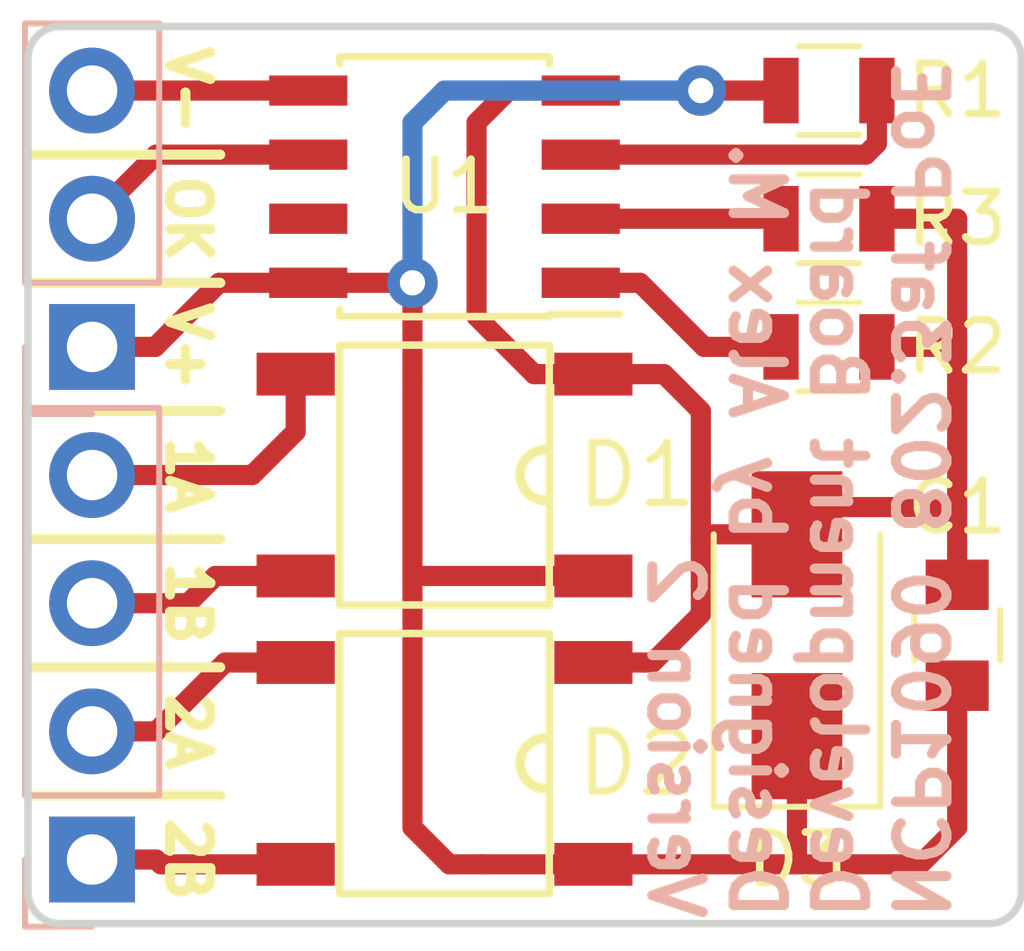
<source format=kicad_pcb>
(kicad_pcb (version 20171130) (host pcbnew "(5.0.0)")

  (general
    (thickness 1.6)
    (drawings 22)
    (tracks 66)
    (zones 0)
    (modules 10)
    (nets 12)
  )

  (page USLetter)
  (title_block
    (title "NCP1090 Development Board")
    (date 2018-09-08)
    (rev 2)
    (company "Alex M.")
  )

  (layers
    (0 F.Cu signal)
    (31 B.Cu signal)
    (32 B.Adhes user)
    (33 F.Adhes user)
    (34 B.Paste user)
    (35 F.Paste user)
    (36 B.SilkS user)
    (37 F.SilkS user)
    (38 B.Mask user hide)
    (39 F.Mask user hide)
    (40 Dwgs.User user hide)
    (41 Cmts.User user)
    (42 Eco1.User user)
    (43 Eco2.User user)
    (44 Edge.Cuts user)
    (45 Margin user)
    (46 B.CrtYd user hide)
    (47 F.CrtYd user hide)
    (48 B.Fab user hide)
    (49 F.Fab user hide)
  )

  (setup
    (last_trace_width 0.4)
    (trace_clearance 0.2)
    (zone_clearance 0.508)
    (zone_45_only no)
    (trace_min 0.2)
    (segment_width 0.2)
    (edge_width 0.15)
    (via_size 1)
    (via_drill 0.5)
    (via_min_size 0.4)
    (via_min_drill 0.3)
    (uvia_size 0.3)
    (uvia_drill 0.1)
    (uvias_allowed no)
    (uvia_min_size 0.2)
    (uvia_min_drill 0.1)
    (pcb_text_width 0.3)
    (pcb_text_size 1.5 1.5)
    (mod_edge_width 0.15)
    (mod_text_size 1 1)
    (mod_text_width 0.15)
    (pad_size 1.524 1.524)
    (pad_drill 0.762)
    (pad_to_mask_clearance 0.2)
    (aux_axis_origin 0 0)
    (visible_elements 7FFFFFFF)
    (pcbplotparams
      (layerselection 0x010f0_ffffffff)
      (usegerberextensions true)
      (usegerberattributes false)
      (usegerberadvancedattributes false)
      (creategerberjobfile false)
      (excludeedgelayer true)
      (linewidth 0.020000)
      (plotframeref false)
      (viasonmask false)
      (mode 1)
      (useauxorigin false)
      (hpglpennumber 1)
      (hpglpenspeed 20)
      (hpglpendiameter 15.000000)
      (psnegative false)
      (psa4output false)
      (plotreference true)
      (plotvalue true)
      (plotinvisibletext false)
      (padsonsilk false)
      (subtractmaskfromsilk false)
      (outputformat 1)
      (mirror false)
      (drillshape 0)
      (scaleselection 1)
      (outputdirectory ""))
  )

  (net 0 "")
  (net 1 /N)
  (net 2 /P)
  (net 3 /BR1b)
  (net 4 /BR1a)
  (net 5 /BR2a)
  (net 6 /BR2b)
  (net 7 "Net-(R1-Pad1)")
  (net 8 "Net-(R2-Pad2)")
  (net 9 "Net-(R3-Pad2)")
  (net 10 /PGOOD)
  (net 11 /RTN)

  (net_class Default "This is the default net class."
    (clearance 0.2)
    (trace_width 0.4)
    (via_dia 1)
    (via_drill 0.5)
    (uvia_dia 0.3)
    (uvia_drill 0.1)
    (add_net /BR1a)
    (add_net /BR1b)
    (add_net /BR2a)
    (add_net /BR2b)
    (add_net /N)
    (add_net /P)
    (add_net /PGOOD)
    (add_net /RTN)
    (add_net "Net-(R1-Pad1)")
    (add_net "Net-(R2-Pad2)")
    (add_net "Net-(R3-Pad2)")
  )

  (module Housings_SOIC:SOIC-8_3.9x4.9mm_Pitch1.27mm (layer F.Cu) (tedit 58CD0CDA) (tstamp 5B79FB1E)
    (at 100.965 93.345 180)
    (descr "8-Lead Plastic Small Outline (SN) - Narrow, 3.90 mm Body [SOIC] (see Microchip Packaging Specification 00000049BS.pdf)")
    (tags "SOIC 1.27")
    (path /59E6F539)
    (attr smd)
    (fp_text reference U1 (at 0 0 180) (layer F.SilkS)
      (effects (font (size 1 1) (thickness 0.15)))
    )
    (fp_text value NCP1090 (at 0 3.5 180) (layer F.Fab)
      (effects (font (size 1 1) (thickness 0.15)))
    )
    (fp_line (start -2.075 -2.525) (end -3.475 -2.525) (layer F.SilkS) (width 0.15))
    (fp_line (start -2.075 2.575) (end 2.075 2.575) (layer F.SilkS) (width 0.15))
    (fp_line (start -2.075 -2.575) (end 2.075 -2.575) (layer F.SilkS) (width 0.15))
    (fp_line (start -2.075 2.575) (end -2.075 2.43) (layer F.SilkS) (width 0.15))
    (fp_line (start 2.075 2.575) (end 2.075 2.43) (layer F.SilkS) (width 0.15))
    (fp_line (start 2.075 -2.575) (end 2.075 -2.43) (layer F.SilkS) (width 0.15))
    (fp_line (start -2.075 -2.575) (end -2.075 -2.525) (layer F.SilkS) (width 0.15))
    (fp_line (start -3.73 2.7) (end 3.73 2.7) (layer F.CrtYd) (width 0.05))
    (fp_line (start -3.73 -2.7) (end 3.73 -2.7) (layer F.CrtYd) (width 0.05))
    (fp_line (start 3.73 -2.7) (end 3.73 2.7) (layer F.CrtYd) (width 0.05))
    (fp_line (start -3.73 -2.7) (end -3.73 2.7) (layer F.CrtYd) (width 0.05))
    (fp_line (start -1.95 -1.45) (end -0.95 -2.45) (layer F.Fab) (width 0.1))
    (fp_line (start -1.95 2.45) (end -1.95 -1.45) (layer F.Fab) (width 0.1))
    (fp_line (start 1.95 2.45) (end -1.95 2.45) (layer F.Fab) (width 0.1))
    (fp_line (start 1.95 -2.45) (end 1.95 2.45) (layer F.Fab) (width 0.1))
    (fp_line (start -0.95 -2.45) (end 1.95 -2.45) (layer F.Fab) (width 0.1))
    (fp_text user %R (at 0 0 180) (layer F.Fab)
      (effects (font (size 1 1) (thickness 0.15)))
    )
    (pad 8 smd rect (at 2.7 -1.905 180) (size 1.55 0.6) (layers F.Cu F.Paste F.Mask)
      (net 2 /P))
    (pad 7 smd rect (at 2.7 -0.635 180) (size 1.55 0.6) (layers F.Cu F.Paste F.Mask))
    (pad 6 smd rect (at 2.7 0.635 180) (size 1.55 0.6) (layers F.Cu F.Paste F.Mask)
      (net 10 /PGOOD))
    (pad 5 smd rect (at 2.7 1.905 180) (size 1.55 0.6) (layers F.Cu F.Paste F.Mask)
      (net 11 /RTN))
    (pad 4 smd rect (at -2.7 1.905 180) (size 1.55 0.6) (layers F.Cu F.Paste F.Mask)
      (net 1 /N))
    (pad 3 smd rect (at -2.7 0.635 180) (size 1.55 0.6) (layers F.Cu F.Paste F.Mask)
      (net 7 "Net-(R1-Pad1)"))
    (pad 2 smd rect (at -2.7 -0.635 180) (size 1.55 0.6) (layers F.Cu F.Paste F.Mask)
      (net 9 "Net-(R3-Pad2)"))
    (pad 1 smd rect (at -2.7 -1.905 180) (size 1.55 0.6) (layers F.Cu F.Paste F.Mask)
      (net 8 "Net-(R2-Pad2)"))
    (model ${KISYS3DMOD}/Housings_SOIC.3dshapes/SOIC-8_3.9x4.9mm_Pitch1.27mm.wrl
      (at (xyz 0 0 0))
      (scale (xyz 1 1 1))
      (rotate (xyz 0 0 0))
    )
  )

  (module Pin_Headers:Pin_Header_Straight_1x04_Pitch2.54mm (layer B.Cu) (tedit 5B948897) (tstamp 5B948B36)
    (at 93.98 106.68)
    (descr "Through hole straight pin header, 1x04, 2.54mm pitch, single row")
    (tags "Through hole pin header THT 1x04 2.54mm single row")
    (path /5B79FCCB)
    (fp_text reference X1 (at 0 2.54) (layer B.SilkS) hide
      (effects (font (size 1 1) (thickness 0.15)) (justify mirror))
    )
    (fp_text value Conn_01x04 (at 0 -9.95) (layer B.Fab)
      (effects (font (size 1 1) (thickness 0.15)) (justify mirror))
    )
    (fp_text user %R (at 0 -3.81 -90) (layer B.Fab)
      (effects (font (size 1 1) (thickness 0.15)) (justify mirror))
    )
    (fp_line (start 1.8 1.8) (end -1.8 1.8) (layer B.CrtYd) (width 0.05))
    (fp_line (start 1.8 -9.4) (end 1.8 1.8) (layer B.CrtYd) (width 0.05))
    (fp_line (start -1.8 -9.4) (end 1.8 -9.4) (layer B.CrtYd) (width 0.05))
    (fp_line (start -1.8 1.8) (end -1.8 -9.4) (layer B.CrtYd) (width 0.05))
    (fp_line (start -1.33 1.33) (end 0 1.33) (layer B.SilkS) (width 0.12))
    (fp_line (start -1.33 0) (end -1.33 1.33) (layer B.SilkS) (width 0.12))
    (fp_line (start -1.33 -1.27) (end 1.33 -1.27) (layer B.SilkS) (width 0.12))
    (fp_line (start 1.33 -1.27) (end 1.33 -8.95) (layer B.SilkS) (width 0.12))
    (fp_line (start -1.33 -1.27) (end -1.33 -8.95) (layer B.SilkS) (width 0.12))
    (fp_line (start -1.33 -8.95) (end 1.33 -8.95) (layer B.SilkS) (width 0.12))
    (fp_line (start -1.27 0.635) (end -0.635 1.27) (layer B.Fab) (width 0.1))
    (fp_line (start -1.27 -8.89) (end -1.27 0.635) (layer B.Fab) (width 0.1))
    (fp_line (start 1.27 -8.89) (end -1.27 -8.89) (layer B.Fab) (width 0.1))
    (fp_line (start 1.27 1.27) (end 1.27 -8.89) (layer B.Fab) (width 0.1))
    (fp_line (start -0.635 1.27) (end 1.27 1.27) (layer B.Fab) (width 0.1))
    (pad 4 thru_hole oval (at 0 -7.62) (size 1.7 1.7) (drill 1) (layers *.Cu *.Mask)
      (net 4 /BR1a))
    (pad 3 thru_hole oval (at 0 -5.08) (size 1.7 1.7) (drill 1) (layers *.Cu *.Mask)
      (net 3 /BR1b))
    (pad 2 thru_hole oval (at 0 -2.54) (size 1.7 1.7) (drill 1) (layers *.Cu *.Mask)
      (net 5 /BR2a))
    (pad 1 thru_hole rect (at 0 0) (size 1.7 1.7) (drill 1) (layers *.Cu *.Mask)
      (net 6 /BR2b))
    (model ${KISYS3DMOD}/Pin_Headers.3dshapes/Pin_Header_Straight_1x04_Pitch2.54mm.wrl
      (at (xyz 0 0 0))
      (scale (xyz 1 1 1))
      (rotate (xyz 0 0 0))
    )
  )

  (module Capacitors_SMD:C_0805 (layer F.Cu) (tedit 58AA8463) (tstamp 5B948D17)
    (at 111.125 102.235 90)
    (descr "Capacitor SMD 0805, reflow soldering, AVX (see smccp.pdf)")
    (tags "capacitor 0805")
    (path /57D62575)
    (attr smd)
    (fp_text reference C1 (at 2.54 0 180) (layer F.SilkS)
      (effects (font (size 1 1) (thickness 0.15)))
    )
    (fp_text value 100n (at 0 1.75 90) (layer F.Fab)
      (effects (font (size 1 1) (thickness 0.15)))
    )
    (fp_line (start 1.75 0.87) (end -1.75 0.87) (layer F.CrtYd) (width 0.05))
    (fp_line (start 1.75 0.87) (end 1.75 -0.88) (layer F.CrtYd) (width 0.05))
    (fp_line (start -1.75 -0.88) (end -1.75 0.87) (layer F.CrtYd) (width 0.05))
    (fp_line (start -1.75 -0.88) (end 1.75 -0.88) (layer F.CrtYd) (width 0.05))
    (fp_line (start -0.5 0.85) (end 0.5 0.85) (layer F.SilkS) (width 0.12))
    (fp_line (start 0.5 -0.85) (end -0.5 -0.85) (layer F.SilkS) (width 0.12))
    (fp_line (start -1 -0.62) (end 1 -0.62) (layer F.Fab) (width 0.1))
    (fp_line (start 1 -0.62) (end 1 0.62) (layer F.Fab) (width 0.1))
    (fp_line (start 1 0.62) (end -1 0.62) (layer F.Fab) (width 0.1))
    (fp_line (start -1 0.62) (end -1 -0.62) (layer F.Fab) (width 0.1))
    (fp_text user %R (at 0 -1.5 90) (layer F.Fab)
      (effects (font (size 1 1) (thickness 0.15)))
    )
    (pad 2 smd rect (at 1 0 90) (size 1 1.25) (layers F.Cu F.Paste F.Mask)
      (net 1 /N))
    (pad 1 smd rect (at -1 0 90) (size 1 1.25) (layers F.Cu F.Paste F.Mask)
      (net 2 /P))
    (model Capacitors_SMD.3dshapes/C_0805.wrl
      (at (xyz 0 0 0))
      (scale (xyz 1 1 1))
      (rotate (xyz 0 0 0))
    )
  )

  (module AlexComponents:Micro-DIP-4 (layer F.Cu) (tedit 590BC063) (tstamp 5B79FA9C)
    (at 100.965 99.06 90)
    (path /57DD2149)
    (fp_text reference D1 (at 0 3.81) (layer F.SilkS)
      (effects (font (size 1.2 1.2) (thickness 0.15)))
    )
    (fp_text value MDB6S (at 1.5 4.8 90) (layer F.Fab)
      (effects (font (size 1.2 1.2) (thickness 0.15)))
    )
    (fp_arc (start 0 2) (end -0.5 2) (angle 90) (layer F.SilkS) (width 0.2))
    (fp_arc (start 0 2) (end 0 1.5) (angle 90) (layer F.SilkS) (width 0.2))
    (fp_line (start -2.575 2.075) (end -2.575 -2.075) (layer F.SilkS) (width 0.15))
    (fp_line (start -2.575 -2.075) (end 2.575 -2.075) (layer F.SilkS) (width 0.15))
    (fp_line (start 2.575 -2.075) (end 2.575 2.075) (layer F.SilkS) (width 0.15))
    (fp_line (start 2.575 2.075) (end -2.575 2.075) (layer F.SilkS) (width 0.15))
    (pad 4 smd rect (at -2 -2.95 90) (size 0.85 1.55) (layers F.Cu F.Paste F.Mask)
      (net 3 /BR1b))
    (pad 1 smd rect (at -2 2.95 90) (size 0.85 1.55) (layers F.Cu F.Paste F.Mask)
      (net 2 /P))
    (pad 3 smd rect (at 2 -2.95 90) (size 0.85 1.55) (layers F.Cu F.Paste F.Mask)
      (net 4 /BR1a))
    (pad 2 smd rect (at 2 2.95 90) (size 0.85 1.55) (layers F.Cu F.Paste F.Mask)
      (net 1 /N))
    (model C:/Users/eeale/Dropbox/Software/KiCAD/3D/MDB6S.wrl
      (offset (xyz -2.3114 -2.2352 0))
      (scale (xyz 0.3937 0.3937 0.3937))
      (rotate (xyz 0 0 0))
    )
  )

  (module AlexComponents:Micro-DIP-4 (layer F.Cu) (tedit 590BC063) (tstamp 5B79FAAA)
    (at 100.965 104.775 90)
    (path /57DD3729)
    (fp_text reference D2 (at 0 3.81) (layer F.SilkS)
      (effects (font (size 1.2 1.2) (thickness 0.15)))
    )
    (fp_text value MDB6S (at 1.5 4.8 90) (layer F.Fab)
      (effects (font (size 1.2 1.2) (thickness 0.15)))
    )
    (fp_line (start 2.575 2.075) (end -2.575 2.075) (layer F.SilkS) (width 0.15))
    (fp_line (start 2.575 -2.075) (end 2.575 2.075) (layer F.SilkS) (width 0.15))
    (fp_line (start -2.575 -2.075) (end 2.575 -2.075) (layer F.SilkS) (width 0.15))
    (fp_line (start -2.575 2.075) (end -2.575 -2.075) (layer F.SilkS) (width 0.15))
    (fp_arc (start 0 2) (end 0 1.5) (angle 90) (layer F.SilkS) (width 0.2))
    (fp_arc (start 0 2) (end -0.5 2) (angle 90) (layer F.SilkS) (width 0.2))
    (pad 2 smd rect (at 2 2.95 90) (size 0.85 1.55) (layers F.Cu F.Paste F.Mask)
      (net 1 /N))
    (pad 3 smd rect (at 2 -2.95 90) (size 0.85 1.55) (layers F.Cu F.Paste F.Mask)
      (net 5 /BR2a))
    (pad 1 smd rect (at -2 2.95 90) (size 0.85 1.55) (layers F.Cu F.Paste F.Mask)
      (net 2 /P))
    (pad 4 smd rect (at -2 -2.95 90) (size 0.85 1.55) (layers F.Cu F.Paste F.Mask)
      (net 6 /BR2b))
    (model C:/Users/eeale/Dropbox/Software/KiCAD/3D/MDB6S.wrl
      (offset (xyz -2.3114 -2.2352 0))
      (scale (xyz 0.3937 0.3937 0.3937))
      (rotate (xyz 0 0 0))
    )
  )

  (module Diodes_SMD:D_SMA (layer F.Cu) (tedit 586432E5) (tstamp 5B79FAC2)
    (at 107.95 102.235 90)
    (descr "Diode SMA (DO-214AC)")
    (tags "Diode SMA (DO-214AC)")
    (path /57D62558)
    (attr smd)
    (fp_text reference D3 (at -4.445 0 180) (layer F.SilkS)
      (effects (font (size 1 1) (thickness 0.15)))
    )
    (fp_text value SMAJ58A (at 0 2.6 90) (layer F.Fab)
      (effects (font (size 1 1) (thickness 0.15)))
    )
    (fp_line (start -3.4 -1.65) (end 2 -1.65) (layer F.SilkS) (width 0.12))
    (fp_line (start -3.4 1.65) (end 2 1.65) (layer F.SilkS) (width 0.12))
    (fp_line (start -0.64944 0.00102) (end 0.50118 -0.79908) (layer F.Fab) (width 0.1))
    (fp_line (start -0.64944 0.00102) (end 0.50118 0.75032) (layer F.Fab) (width 0.1))
    (fp_line (start 0.50118 0.75032) (end 0.50118 -0.79908) (layer F.Fab) (width 0.1))
    (fp_line (start -0.64944 -0.79908) (end -0.64944 0.80112) (layer F.Fab) (width 0.1))
    (fp_line (start 0.50118 0.00102) (end 1.4994 0.00102) (layer F.Fab) (width 0.1))
    (fp_line (start -0.64944 0.00102) (end -1.55114 0.00102) (layer F.Fab) (width 0.1))
    (fp_line (start -3.5 1.75) (end -3.5 -1.75) (layer F.CrtYd) (width 0.05))
    (fp_line (start 3.5 1.75) (end -3.5 1.75) (layer F.CrtYd) (width 0.05))
    (fp_line (start 3.5 -1.75) (end 3.5 1.75) (layer F.CrtYd) (width 0.05))
    (fp_line (start -3.5 -1.75) (end 3.5 -1.75) (layer F.CrtYd) (width 0.05))
    (fp_line (start 2.3 -1.5) (end -2.3 -1.5) (layer F.Fab) (width 0.1))
    (fp_line (start 2.3 -1.5) (end 2.3 1.5) (layer F.Fab) (width 0.1))
    (fp_line (start -2.3 1.5) (end -2.3 -1.5) (layer F.Fab) (width 0.1))
    (fp_line (start 2.3 1.5) (end -2.3 1.5) (layer F.Fab) (width 0.1))
    (fp_line (start -3.4 -1.65) (end -3.4 1.65) (layer F.SilkS) (width 0.12))
    (fp_text user %R (at 0 -2.5 90) (layer F.Fab)
      (effects (font (size 1 1) (thickness 0.15)))
    )
    (pad 2 smd rect (at 2 0 90) (size 2.5 1.8) (layers F.Cu F.Paste F.Mask)
      (net 1 /N))
    (pad 1 smd rect (at -2 0 90) (size 2.5 1.8) (layers F.Cu F.Paste F.Mask)
      (net 2 /P))
    (model ${KISYS3DMOD}/Diodes_SMD.3dshapes/D_SMA.wrl
      (at (xyz 0 0 0))
      (scale (xyz 1 1 1))
      (rotate (xyz 0 0 0))
    )
  )

  (module Resistors_SMD:R_0805 (layer F.Cu) (tedit 58E0A804) (tstamp 5B79FAD3)
    (at 108.585 91.44 180)
    (descr "Resistor SMD 0805, reflow soldering, Vishay (see dcrcw.pdf)")
    (tags "resistor 0805")
    (path /59E6FD02)
    (attr smd)
    (fp_text reference R1 (at -2.54 0 180) (layer F.SilkS)
      (effects (font (size 1 1) (thickness 0.15)))
    )
    (fp_text value 24.9k (at 0 1.75 180) (layer F.Fab)
      (effects (font (size 1 1) (thickness 0.15)))
    )
    (fp_line (start 1.55 0.9) (end -1.55 0.9) (layer F.CrtYd) (width 0.05))
    (fp_line (start 1.55 0.9) (end 1.55 -0.9) (layer F.CrtYd) (width 0.05))
    (fp_line (start -1.55 -0.9) (end -1.55 0.9) (layer F.CrtYd) (width 0.05))
    (fp_line (start -1.55 -0.9) (end 1.55 -0.9) (layer F.CrtYd) (width 0.05))
    (fp_line (start -0.6 -0.88) (end 0.6 -0.88) (layer F.SilkS) (width 0.12))
    (fp_line (start 0.6 0.88) (end -0.6 0.88) (layer F.SilkS) (width 0.12))
    (fp_line (start -1 -0.62) (end 1 -0.62) (layer F.Fab) (width 0.1))
    (fp_line (start 1 -0.62) (end 1 0.62) (layer F.Fab) (width 0.1))
    (fp_line (start 1 0.62) (end -1 0.62) (layer F.Fab) (width 0.1))
    (fp_line (start -1 0.62) (end -1 -0.62) (layer F.Fab) (width 0.1))
    (fp_text user %R (at 0 0 180) (layer F.Fab)
      (effects (font (size 0.5 0.5) (thickness 0.075)))
    )
    (pad 2 smd rect (at 0.95 0 180) (size 0.7 1.3) (layers F.Cu F.Paste F.Mask)
      (net 2 /P))
    (pad 1 smd rect (at -0.95 0 180) (size 0.7 1.3) (layers F.Cu F.Paste F.Mask)
      (net 7 "Net-(R1-Pad1)"))
    (model ${KISYS3DMOD}/Resistors_SMD.3dshapes/R_0805.wrl
      (at (xyz 0 0 0))
      (scale (xyz 1 1 1))
      (rotate (xyz 0 0 0))
    )
  )

  (module Resistors_SMD:R_0805 (layer F.Cu) (tedit 58E0A804) (tstamp 5B79FAE4)
    (at 108.585 96.52 180)
    (descr "Resistor SMD 0805, reflow soldering, Vishay (see dcrcw.pdf)")
    (tags "resistor 0805")
    (path /59E6FE35)
    (attr smd)
    (fp_text reference R2 (at -2.54 0 180) (layer F.SilkS)
      (effects (font (size 1 1) (thickness 0.15)))
    )
    (fp_text value 178k (at 0 1.75 180) (layer F.Fab)
      (effects (font (size 1 1) (thickness 0.15)))
    )
    (fp_line (start 1.55 0.9) (end -1.55 0.9) (layer F.CrtYd) (width 0.05))
    (fp_line (start 1.55 0.9) (end 1.55 -0.9) (layer F.CrtYd) (width 0.05))
    (fp_line (start -1.55 -0.9) (end -1.55 0.9) (layer F.CrtYd) (width 0.05))
    (fp_line (start -1.55 -0.9) (end 1.55 -0.9) (layer F.CrtYd) (width 0.05))
    (fp_line (start -0.6 -0.88) (end 0.6 -0.88) (layer F.SilkS) (width 0.12))
    (fp_line (start 0.6 0.88) (end -0.6 0.88) (layer F.SilkS) (width 0.12))
    (fp_line (start -1 -0.62) (end 1 -0.62) (layer F.Fab) (width 0.1))
    (fp_line (start 1 -0.62) (end 1 0.62) (layer F.Fab) (width 0.1))
    (fp_line (start 1 0.62) (end -1 0.62) (layer F.Fab) (width 0.1))
    (fp_line (start -1 0.62) (end -1 -0.62) (layer F.Fab) (width 0.1))
    (fp_text user %R (at 0 0 180) (layer F.Fab)
      (effects (font (size 0.5 0.5) (thickness 0.075)))
    )
    (pad 2 smd rect (at 0.95 0 180) (size 0.7 1.3) (layers F.Cu F.Paste F.Mask)
      (net 8 "Net-(R2-Pad2)"))
    (pad 1 smd rect (at -0.95 0 180) (size 0.7 1.3) (layers F.Cu F.Paste F.Mask)
      (net 1 /N))
    (model ${KISYS3DMOD}/Resistors_SMD.3dshapes/R_0805.wrl
      (at (xyz 0 0 0))
      (scale (xyz 1 1 1))
      (rotate (xyz 0 0 0))
    )
  )

  (module Resistors_SMD:R_0805 (layer F.Cu) (tedit 58E0A804) (tstamp 5B79FAF5)
    (at 108.585 93.98 180)
    (descr "Resistor SMD 0805, reflow soldering, Vishay (see dcrcw.pdf)")
    (tags "resistor 0805")
    (path /59E6FEDA)
    (attr smd)
    (fp_text reference R3 (at -2.54 0 180) (layer F.SilkS)
      (effects (font (size 1 1) (thickness 0.15)))
    )
    (fp_text value 4420 (at 0 1.75 180) (layer F.Fab)
      (effects (font (size 1 1) (thickness 0.15)))
    )
    (fp_text user %R (at 0 0 180) (layer F.Fab)
      (effects (font (size 0.5 0.5) (thickness 0.075)))
    )
    (fp_line (start -1 0.62) (end -1 -0.62) (layer F.Fab) (width 0.1))
    (fp_line (start 1 0.62) (end -1 0.62) (layer F.Fab) (width 0.1))
    (fp_line (start 1 -0.62) (end 1 0.62) (layer F.Fab) (width 0.1))
    (fp_line (start -1 -0.62) (end 1 -0.62) (layer F.Fab) (width 0.1))
    (fp_line (start 0.6 0.88) (end -0.6 0.88) (layer F.SilkS) (width 0.12))
    (fp_line (start -0.6 -0.88) (end 0.6 -0.88) (layer F.SilkS) (width 0.12))
    (fp_line (start -1.55 -0.9) (end 1.55 -0.9) (layer F.CrtYd) (width 0.05))
    (fp_line (start -1.55 -0.9) (end -1.55 0.9) (layer F.CrtYd) (width 0.05))
    (fp_line (start 1.55 0.9) (end 1.55 -0.9) (layer F.CrtYd) (width 0.05))
    (fp_line (start 1.55 0.9) (end -1.55 0.9) (layer F.CrtYd) (width 0.05))
    (pad 1 smd rect (at -0.95 0 180) (size 0.7 1.3) (layers F.Cu F.Paste F.Mask)
      (net 1 /N))
    (pad 2 smd rect (at 0.95 0 180) (size 0.7 1.3) (layers F.Cu F.Paste F.Mask)
      (net 9 "Net-(R3-Pad2)"))
    (model ${KISYS3DMOD}/Resistors_SMD.3dshapes/R_0805.wrl
      (at (xyz 0 0 0))
      (scale (xyz 1 1 1))
      (rotate (xyz 0 0 0))
    )
  )

  (module Pin_Headers:Pin_Header_Straight_1x03_Pitch2.54mm (layer B.Cu) (tedit 5B9488B4) (tstamp 5B948B92)
    (at 93.98 96.52)
    (descr "Through hole straight pin header, 1x03, 2.54mm pitch, single row")
    (tags "Through hole pin header THT 1x03 2.54mm single row")
    (path /5B7A4241)
    (fp_text reference X2 (at 0 -7.62) (layer B.SilkS) hide
      (effects (font (size 1 1) (thickness 0.15)) (justify mirror))
    )
    (fp_text value Conn_01x03 (at 0 -7.41) (layer B.Fab)
      (effects (font (size 1 1) (thickness 0.15)) (justify mirror))
    )
    (fp_text user %R (at 0 -2.54 -90) (layer B.Fab)
      (effects (font (size 1 1) (thickness 0.15)) (justify mirror))
    )
    (fp_line (start 1.8 1.8) (end -1.8 1.8) (layer B.CrtYd) (width 0.05))
    (fp_line (start 1.8 -6.85) (end 1.8 1.8) (layer B.CrtYd) (width 0.05))
    (fp_line (start -1.8 -6.85) (end 1.8 -6.85) (layer B.CrtYd) (width 0.05))
    (fp_line (start -1.8 1.8) (end -1.8 -6.85) (layer B.CrtYd) (width 0.05))
    (fp_line (start -1.33 1.33) (end 0 1.33) (layer B.SilkS) (width 0.12))
    (fp_line (start -1.33 0) (end -1.33 1.33) (layer B.SilkS) (width 0.12))
    (fp_line (start -1.33 -1.27) (end 1.33 -1.27) (layer B.SilkS) (width 0.12))
    (fp_line (start 1.33 -1.27) (end 1.33 -6.41) (layer B.SilkS) (width 0.12))
    (fp_line (start -1.33 -1.27) (end -1.33 -6.41) (layer B.SilkS) (width 0.12))
    (fp_line (start -1.33 -6.41) (end 1.33 -6.41) (layer B.SilkS) (width 0.12))
    (fp_line (start -1.27 0.635) (end -0.635 1.27) (layer B.Fab) (width 0.1))
    (fp_line (start -1.27 -6.35) (end -1.27 0.635) (layer B.Fab) (width 0.1))
    (fp_line (start 1.27 -6.35) (end -1.27 -6.35) (layer B.Fab) (width 0.1))
    (fp_line (start 1.27 1.27) (end 1.27 -6.35) (layer B.Fab) (width 0.1))
    (fp_line (start -0.635 1.27) (end 1.27 1.27) (layer B.Fab) (width 0.1))
    (pad 3 thru_hole oval (at 0 -5.08) (size 1.7 1.7) (drill 1) (layers *.Cu *.Mask)
      (net 11 /RTN))
    (pad 2 thru_hole oval (at 0 -2.54) (size 1.7 1.7) (drill 1) (layers *.Cu *.Mask)
      (net 10 /PGOOD))
    (pad 1 thru_hole rect (at 0 0) (size 1.7 1.7) (drill 1) (layers *.Cu *.Mask)
      (net 2 /P))
    (model ${KISYS3DMOD}/Pin_Headers.3dshapes/Pin_Header_Straight_1x03_Pitch2.54mm.wrl
      (at (xyz 0 0 0))
      (scale (xyz 1 1 1))
      (rotate (xyz 0 0 0))
    )
  )

  (gr_line (start 111.76 107.95) (end 93.345 107.95) (layer Edge.Cuts) (width 0.15))
  (gr_line (start 112.395 90.805) (end 112.395 107.315) (layer Edge.Cuts) (width 0.15))
  (gr_line (start 93.345 90.17) (end 111.76 90.17) (layer Edge.Cuts) (width 0.15))
  (gr_text 2B (at 95.885 106.68 270) (layer F.SilkS) (tstamp 5B948C5D)
    (effects (font (size 0.8 0.8) (thickness 0.2)))
  )
  (gr_text 2A (at 95.885 104.14 270) (layer F.SilkS) (tstamp 5B948C5B)
    (effects (font (size 0.8 0.8) (thickness 0.2)))
  )
  (gr_text 1B (at 95.885 101.6 270) (layer F.SilkS) (tstamp 5B948C59)
    (effects (font (size 0.8 0.8) (thickness 0.2)))
  )
  (gr_text 1A (at 95.885 99.06 270) (layer F.SilkS) (tstamp 5B948C57)
    (effects (font (size 0.8 0.8) (thickness 0.2)))
  )
  (gr_text V+ (at 95.885 96.52 270) (layer F.SilkS) (tstamp 5B948C4A)
    (effects (font (size 0.8 0.8) (thickness 0.2)))
  )
  (gr_text V- (at 95.885 91.44 270) (layer F.SilkS) (tstamp 5B948C46)
    (effects (font (size 0.8 0.8) (thickness 0.2)))
  )
  (gr_line (start 92.71 90.805) (end 92.71 107.315) (layer Edge.Cuts) (width 0.15))
  (gr_line (start 92.71 105.41) (end 96.52 105.41) (layer F.SilkS) (width 0.2))
  (gr_line (start 92.71 102.87) (end 96.52 102.87) (layer F.SilkS) (width 0.2))
  (gr_line (start 92.71 100.33) (end 96.52 100.33) (layer F.SilkS) (width 0.2))
  (gr_line (start 92.71 92.71) (end 96.52 92.71) (layer F.SilkS) (width 0.2))
  (gr_line (start 92.71 97.79) (end 96.52 97.79) (layer F.SilkS) (width 0.2))
  (gr_line (start 92.71 95.25) (end 96.52 95.25) (layer F.SilkS) (width 0.2))
  (gr_text OK (at 95.885 93.98 270) (layer F.SilkS)
    (effects (font (size 0.8 0.8) (thickness 0.2)))
  )
  (gr_arc (start 111.76 107.315) (end 111.76 107.95) (angle -90) (layer Edge.Cuts) (width 0.15) (tstamp 5B948BE7))
  (gr_arc (start 111.76 90.805) (end 112.395 90.805) (angle -90) (layer Edge.Cuts) (width 0.15) (tstamp 5B948BE5))
  (gr_arc (start 93.345 90.805) (end 93.345 90.17) (angle -90) (layer Edge.Cuts) (width 0.15) (tstamp 5B948BE2))
  (gr_arc (start 93.345 107.315) (end 92.71 107.315) (angle -90) (layer Edge.Cuts) (width 0.15))
  (gr_text "NCP1090 802.3af PoE\nDevelopment Board\nDesigned by Alex M.\nVersion 2" (at 107.95 107.95 270) (layer B.SilkS)
    (effects (font (size 1 1) (thickness 0.2)) (justify left mirror))
  )

  (segment (start 111.125 93.98) (end 109.535 93.98) (width 0.4) (layer F.Cu) (net 1))
  (segment (start 109.535 96.52) (end 111.125 96.52) (width 0.4) (layer F.Cu) (net 1))
  (segment (start 111.125 96.52) (end 111.125 93.98) (width 0.4) (layer F.Cu) (net 1))
  (segment (start 111.125 99.695) (end 111.125 96.52) (width 0.4) (layer F.Cu) (net 1))
  (segment (start 111.125 101.235) (end 111.125 99.695) (width 0.4) (layer F.Cu) (net 1))
  (segment (start 108.49 99.695) (end 107.95 100.235) (width 0.4) (layer F.Cu) (net 1))
  (segment (start 111.125 99.695) (end 108.49 99.695) (width 0.4) (layer F.Cu) (net 1))
  (segment (start 105.315 97.06) (end 103.915 97.06) (width 0.4) (layer F.Cu) (net 1))
  (segment (start 106.045 97.79) (end 105.315 97.06) (width 0.4) (layer F.Cu) (net 1))
  (segment (start 103.915 102.775) (end 105.09 102.775) (width 0.4) (layer F.Cu) (net 1))
  (segment (start 105.09 102.775) (end 106.045 101.82) (width 0.4) (layer F.Cu) (net 1))
  (segment (start 106.14 100.235) (end 106.045 100.33) (width 0.4) (layer F.Cu) (net 1))
  (segment (start 107.95 100.235) (end 106.14 100.235) (width 0.4) (layer F.Cu) (net 1))
  (segment (start 106.045 101.82) (end 106.045 100.33) (width 0.4) (layer F.Cu) (net 1))
  (segment (start 106.045 100.33) (end 106.045 97.79) (width 0.4) (layer F.Cu) (net 1))
  (segment (start 102.74 97.06) (end 101.6 95.92) (width 0.4) (layer F.Cu) (net 1))
  (segment (start 103.915 97.06) (end 102.74 97.06) (width 0.4) (layer F.Cu) (net 1))
  (segment (start 101.6 95.92) (end 101.6 92.075) (width 0.4) (layer F.Cu) (net 1))
  (segment (start 102.235 91.44) (end 103.665 91.44) (width 0.4) (layer F.Cu) (net 1))
  (segment (start 101.6 92.075) (end 102.235 91.44) (width 0.4) (layer F.Cu) (net 1))
  (segment (start 95.23 96.52) (end 96.5 95.25) (width 0.4) (layer F.Cu) (net 2))
  (segment (start 93.98 96.52) (end 95.23 96.52) (width 0.4) (layer F.Cu) (net 2))
  (segment (start 96.5 95.25) (end 98.265 95.25) (width 0.4) (layer F.Cu) (net 2))
  (segment (start 111.125 106.045) (end 111.125 103.235) (width 0.4) (layer F.Cu) (net 2))
  (segment (start 110.395 106.775) (end 111.125 106.045) (width 0.4) (layer F.Cu) (net 2))
  (segment (start 107.95 104.235) (end 107.95 106.775) (width 0.4) (layer F.Cu) (net 2))
  (segment (start 103.915 106.775) (end 107.95 106.775) (width 0.4) (layer F.Cu) (net 2))
  (segment (start 107.95 106.775) (end 110.395 106.775) (width 0.4) (layer F.Cu) (net 2))
  (segment (start 103.915 106.775) (end 101.695 106.775) (width 0.4) (layer F.Cu) (net 2))
  (segment (start 101.695 106.775) (end 101.06 106.775) (width 0.4) (layer F.Cu) (net 2))
  (segment (start 101.06 106.775) (end 100.33 106.045) (width 0.4) (layer F.Cu) (net 2))
  (segment (start 100.425 101.06) (end 100.33 100.965) (width 0.4) (layer F.Cu) (net 2))
  (segment (start 103.915 101.06) (end 100.425 101.06) (width 0.4) (layer F.Cu) (net 2))
  (segment (start 100.33 106.045) (end 100.33 100.965) (width 0.4) (layer F.Cu) (net 2))
  (segment (start 100.33 100.965) (end 100.33 97.155) (width 0.4) (layer F.Cu) (net 2))
  (via (at 100.33 95.25) (size 1) (drill 0.5) (layers F.Cu B.Cu) (net 2))
  (segment (start 100.33 97.155) (end 100.33 95.25) (width 0.4) (layer F.Cu) (net 2))
  (segment (start 100.33 95.25) (end 100.33 92.075) (width 0.4) (layer B.Cu) (net 2))
  (via (at 106.045 91.44) (size 1) (drill 0.5) (layers F.Cu B.Cu) (net 2))
  (segment (start 100.33 92.075) (end 100.965 91.44) (width 0.4) (layer B.Cu) (net 2))
  (segment (start 100.965 91.44) (end 106.045 91.44) (width 0.4) (layer B.Cu) (net 2))
  (segment (start 106.045 91.44) (end 107.635 91.44) (width 0.4) (layer F.Cu) (net 2))
  (segment (start 100.33 95.25) (end 98.265 95.25) (width 0.4) (layer F.Cu) (net 2))
  (segment (start 94.075 101.695) (end 93.98 101.6) (width 0.4) (layer F.Cu) (net 3) (status 30))
  (segment (start 96.425 101.06) (end 98.015 101.06) (width 0.4) (layer F.Cu) (net 3))
  (segment (start 93.98 101.6) (end 95.885 101.6) (width 0.4) (layer F.Cu) (net 3))
  (segment (start 95.885 101.6) (end 96.425 101.06) (width 0.4) (layer F.Cu) (net 3))
  (segment (start 93.98 99.06) (end 97.155 99.06) (width 0.4) (layer F.Cu) (net 4))
  (segment (start 98.015 98.2) (end 98.015 97.06) (width 0.4) (layer F.Cu) (net 4))
  (segment (start 97.155 99.06) (end 98.015 98.2) (width 0.4) (layer F.Cu) (net 4))
  (segment (start 93.98 104.14) (end 95.25 104.14) (width 0.4) (layer F.Cu) (net 5))
  (segment (start 96.615 102.775) (end 98.015 102.775) (width 0.4) (layer F.Cu) (net 5))
  (segment (start 95.25 104.14) (end 96.615 102.775) (width 0.4) (layer F.Cu) (net 5))
  (segment (start 93.98 106.68) (end 95.25 106.68) (width 0.4) (layer F.Cu) (net 6))
  (segment (start 95.345 106.775) (end 98.015 106.775) (width 0.4) (layer F.Cu) (net 6))
  (segment (start 95.25 106.68) (end 95.345 106.775) (width 0.4) (layer F.Cu) (net 6))
  (segment (start 109.535 92.49) (end 109.315 92.71) (width 0.4) (layer F.Cu) (net 7))
  (segment (start 109.535 91.44) (end 109.535 92.49) (width 0.4) (layer F.Cu) (net 7))
  (segment (start 109.315 92.71) (end 103.665 92.71) (width 0.4) (layer F.Cu) (net 7))
  (segment (start 104.84 95.25) (end 106.11 96.52) (width 0.4) (layer F.Cu) (net 8))
  (segment (start 103.665 95.25) (end 104.84 95.25) (width 0.4) (layer F.Cu) (net 8))
  (segment (start 106.11 96.52) (end 107.635 96.52) (width 0.4) (layer F.Cu) (net 8))
  (segment (start 103.665 93.98) (end 107.635 93.98) (width 0.4) (layer F.Cu) (net 9))
  (segment (start 95.25 92.71) (end 98.265 92.71) (width 0.4) (layer F.Cu) (net 10))
  (segment (start 93.98 93.98) (end 95.25 92.71) (width 0.4) (layer F.Cu) (net 10))
  (segment (start 93.98 91.44) (end 98.265 91.44) (width 0.4) (layer F.Cu) (net 11))

)

</source>
